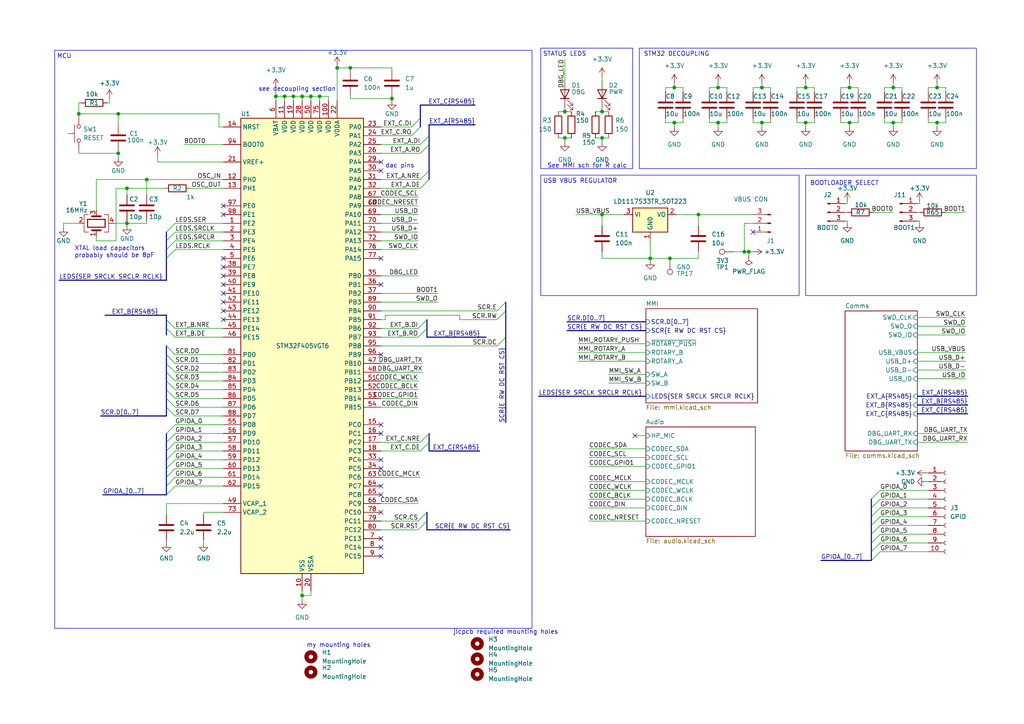
<source format=kicad_sch>
(kicad_sch (version 20230121) (generator eeschema)
  (paper "A4")
  (title_block (title "SBC Main Board") (date "2023-10-25") (rev "0"))
  (junction (at 163.83 40.005))
  (junction (at 22.86 33.02))
  (junction (at 246.38 35.56))
  (junction (at 34.29 33.02))
  (junction (at 36.83 64.77))
  (junction (at 80.01 27.94))
  (junction (at 271.78 25.4))
  (junction (at 101.6 19.685))
  (junction (at 87.63 27.94))
  (junction (at 174.625 62.23))
  (junction (at 195.58 25.4))
  (junction (at 215.9 73.025))
  (junction (at 113.665 28.575))
  (junction (at 34.29 44.45))
  (junction (at 246.38 25.4))
  (junction (at 90.17 27.94))
  (junction (at 233.68 35.56))
  (junction (at 194.31 74.93))
  (junction (at 188.595 74.93))
  (junction (at 163.83 32.385))
  (junction (at 36.83 54.61))
  (junction (at 82.55 27.94))
  (junction (at 259.08 35.56))
  (junction (at 97.79 19.685))
  (junction (at 208.28 25.4))
  (junction (at 42.545 52.07))
  (junction (at 271.78 35.56))
  (junction (at 217.17 73.025))
  (junction (at 208.28 35.56))
  (junction (at 92.71 27.94))
  (junction (at 85.09 27.94))
  (junction (at 195.58 35.56))
  (junction (at 174.625 32.385))
  (junction (at 233.68 25.4))
  (junction (at 87.63 172.72))
  (junction (at 220.98 35.56))
  (junction (at 202.565 62.23))
  (junction (at 174.625 40.005))
  (junction (at 220.98 25.4))
  (junction (at 259.08 25.4))
  (no_connect (at 110.49 46.99))
  (no_connect (at 110.49 133.35))
  (no_connect (at 64.77 90.17))
  (no_connect (at 64.77 59.69))
  (no_connect (at 184.15 126.365))
  (no_connect (at 64.77 82.55))
  (no_connect (at 64.77 74.93))
  (no_connect (at 64.77 92.71))
  (no_connect (at 110.49 125.73))
  (no_connect (at 110.49 135.89))
  (no_connect (at 110.49 158.75))
  (no_connect (at 64.77 85.09))
  (no_connect (at 110.49 123.19))
  (no_connect (at 64.77 87.63))
  (no_connect (at 110.49 161.29))
  (no_connect (at 110.49 148.59))
  (no_connect (at 110.49 102.87))
  (no_connect (at 64.77 77.47))
  (no_connect (at 218.44 67.31))
  (no_connect (at 64.77 80.01))
  (no_connect (at 110.49 140.97))
  (no_connect (at 64.77 62.23))
  (no_connect (at 110.49 49.53))
  (no_connect (at 110.49 156.21))
  (no_connect (at 110.49 74.93))
  (no_connect (at 110.49 143.51))
  (no_connect (at 110.49 82.55))
  (bus_entry (at 48.26 130.81) (size 2.54 -2.54))
  (bus_entry (at 252.73 154.94) (size 2.54 -2.54))
  (bus_entry (at 48.26 110.49) (size 2.54 2.54))
  (bus_entry (at 48.26 105.41) (size 2.54 2.54))
  (bus_entry (at 252.73 157.48) (size 2.54 -2.54))
  (bus_entry (at 48.26 95.25) (size 2.54 2.54))
  (bus_entry (at 252.73 152.4) (size 2.54 -2.54))
  (bus_entry (at 252.73 160.02) (size 2.54 -2.54))
  (bus_entry (at 48.26 92.71) (size 2.54 2.54))
  (bus_entry (at 48.26 115.57) (size 2.54 2.54))
  (bus_entry (at 48.26 102.87) (size 2.54 2.54))
  (bus_entry (at 146.685 87.63) (size -2.54 2.54))
  (bus_entry (at 124.46 49.53) (size -2.54 2.54))
  (bus_entry (at 123.825 148.59) (size -2.54 2.54))
  (bus_entry (at 124.46 39.37) (size -2.54 2.54))
  (bus_entry (at 119.38 36.83) (size 2.54 -2.54))
  (bus_entry (at 48.26 74.93) (size 2.54 -2.54))
  (bus_entry (at 48.26 133.35) (size 2.54 -2.54))
  (bus_entry (at 48.26 100.33) (size 2.54 2.54))
  (bus_entry (at 48.26 69.85) (size 2.54 -2.54))
  (bus_entry (at 48.26 125.73) (size 2.54 -2.54))
  (bus_entry (at 252.73 144.78) (size 2.54 -2.54))
  (bus_entry (at 48.26 118.11) (size 2.54 2.54))
  (bus_entry (at 48.26 113.03) (size 2.54 2.54))
  (bus_entry (at 119.38 39.37) (size 2.54 -2.54))
  (bus_entry (at 124.46 125.73) (size -2.54 2.54))
  (bus_entry (at 48.26 140.97) (size 2.54 -2.54))
  (bus_entry (at 146.685 90.17) (size -2.54 2.54))
  (bus_entry (at 252.73 147.32) (size 2.54 -2.54))
  (bus_entry (at 123.825 151.13) (size -2.54 2.54))
  (bus_entry (at 48.26 138.43) (size 2.54 -2.54))
  (bus_entry (at 48.26 135.89) (size 2.54 -2.54))
  (bus_entry (at 123.825 95.25) (size -2.54 2.54))
  (bus_entry (at 48.26 107.95) (size 2.54 2.54))
  (bus_entry (at 48.26 72.39) (size 2.54 -2.54))
  (bus_entry (at 146.685 97.79) (size -2.54 2.54))
  (bus_entry (at 124.46 41.91) (size -2.54 2.54))
  (bus_entry (at 123.825 92.71) (size -2.54 2.54))
  (bus_entry (at 252.73 162.56) (size 2.54 -2.54))
  (bus_entry (at 124.46 52.07) (size -2.54 2.54))
  (bus_entry (at 48.26 143.51) (size 2.54 -2.54))
  (bus_entry (at 48.26 128.27) (size 2.54 -2.54))
  (bus_entry (at 124.46 128.27) (size -2.54 2.54))
  (bus_entry (at 252.73 149.86) (size 2.54 -2.54))
  (bus_entry (at 48.26 67.31) (size 2.54 -2.54))
  (wire (pts (xy 167.64 99.695) (xy 187.325 99.695)))
  (wire (pts (xy 45.72 46.99) (xy 64.77 46.99)))
  (bus (pts (xy 121.92 34.29) (xy 121.92 30.48)))
  (wire (pts (xy 110.49 151.13) (xy 121.285 151.13)))
  (bus (pts (xy 252.73 152.4) (xy 252.73 154.94)))
  (wire (pts (xy 193.04 35.56) (xy 195.58 35.56)))
  (bus (pts (xy 123.825 151.13) (xy 123.825 153.67)))
  (wire (pts (xy 220.98 35.56) (xy 223.52 35.56)))
  (bus (pts (xy 48.26 110.49) (xy 48.26 113.03)))
  (wire (pts (xy 22.86 33.655) (xy 22.86 33.02)))
  (wire (pts (xy 87.63 171.45) (xy 87.63 172.72)))
  (wire (pts (xy 220.98 25.4) (xy 223.52 25.4)))
  (wire (pts (xy 176.53 108.585) (xy 187.325 108.585)))
  (bus (pts (xy 48.26 100.33) (xy 48.26 102.87)))
  (wire (pts (xy 266.7 59.055) (xy 266.065 59.055)))
  (bus (pts (xy 124.46 128.27) (xy 124.46 130.81)))
  (wire (pts (xy 170.815 142.24) (xy 187.325 142.24)))
  (wire (pts (xy 231.14 35.56) (xy 233.68 35.56)))
  (wire (pts (xy 266.065 92.075) (xy 280.035 92.075)))
  (wire (pts (xy 217.17 74.295) (xy 217.17 73.025)))
  (wire (pts (xy 205.74 35.56) (xy 208.28 35.56)))
  (bus (pts (xy 48.26 118.11) (xy 48.26 120.65)))
  (bus (pts (xy 252.73 149.86) (xy 252.73 152.4)))
  (wire (pts (xy 31.75 28.575) (xy 31.75 29.845)))
  (bus (pts (xy 48.26 107.95) (xy 48.26 110.49)))
  (bus (pts (xy 252.73 154.94) (xy 252.73 157.48)))
  (wire (pts (xy 174.625 22.225) (xy 174.625 23.495)))
  (wire (pts (xy 212.725 73.025) (xy 215.9 73.025)))
  (wire (pts (xy 50.8 128.27) (xy 64.77 128.27)))
  (wire (pts (xy 196.215 62.23) (xy 202.565 62.23)))
  (wire (pts (xy 90.17 27.94) (xy 90.17 29.21)))
  (wire (pts (xy 205.74 34.29) (xy 205.74 35.56)))
  (wire (pts (xy 255.27 147.32) (xy 269.24 147.32)))
  (wire (pts (xy 266.065 104.775) (xy 280.035 104.775)))
  (wire (pts (xy 271.78 25.4) (xy 274.32 25.4)))
  (wire (pts (xy 85.09 27.94) (xy 85.09 29.21)))
  (wire (pts (xy 255.27 152.4) (xy 269.24 152.4)))
  (wire (pts (xy 50.8 123.19) (xy 64.77 123.19)))
  (wire (pts (xy 110.49 105.41) (xy 122.555 105.41)))
  (wire (pts (xy 218.44 35.56) (xy 220.98 35.56)))
  (bus (pts (xy 123.825 95.25) (xy 123.825 97.79)))
  (wire (pts (xy 256.54 25.4) (xy 259.08 25.4)))
  (bus (pts (xy 252.73 160.02) (xy 252.73 162.56)))
  (wire (pts (xy 184.15 126.365) (xy 187.325 126.365)))
  (wire (pts (xy 110.49 62.23) (xy 121.285 62.23)))
  (wire (pts (xy 50.8 67.31) (xy 64.77 67.31)))
  (wire (pts (xy 50.8 115.57) (xy 64.77 115.57)))
  (wire (pts (xy 111.76 91.44) (xy 133.35 91.44)))
  (wire (pts (xy 172.72 40.005) (xy 174.625 40.005)))
  (wire (pts (xy 110.49 57.15) (xy 121.285 57.15)))
  (wire (pts (xy 110.49 87.63) (xy 127 87.63)))
  (bus (pts (xy 48.26 135.89) (xy 48.26 138.43)))
  (wire (pts (xy 110.49 69.85) (xy 121.285 69.85)))
  (wire (pts (xy 269.24 35.56) (xy 271.78 35.56)))
  (wire (pts (xy 220.98 36.83) (xy 220.98 35.56)))
  (wire (pts (xy 36.83 54.61) (xy 47.625 54.61)))
  (bus (pts (xy 266.065 117.475) (xy 280.67 117.475)))
  (wire (pts (xy 218.44 26.67) (xy 218.44 25.4)))
  (wire (pts (xy 110.49 80.01) (xy 121.285 80.01)))
  (wire (pts (xy 271.78 36.83) (xy 271.78 35.56)))
  (bus (pts (xy 266.065 114.935) (xy 280.67 114.935)))
  (wire (pts (xy 50.8 102.87) (xy 64.77 102.87)))
  (wire (pts (xy 223.52 25.4) (xy 223.52 26.67)))
  (wire (pts (xy 170.815 144.78) (xy 187.325 144.78)))
  (wire (pts (xy 259.08 35.56) (xy 261.62 35.56)))
  (wire (pts (xy 231.14 34.29) (xy 231.14 35.56)))
  (wire (pts (xy 269.24 34.29) (xy 269.24 35.56)))
  (bus (pts (xy 146.685 97.79) (xy 146.685 122.555)))
  (wire (pts (xy 50.8 113.03) (xy 64.77 113.03)))
  (bus (pts (xy 48.26 95.25) (xy 48.26 97.155)))
  (bus (pts (xy 156.21 114.935) (xy 187.325 114.935)))
  (wire (pts (xy 167.005 62.23) (xy 174.625 62.23)))
  (wire (pts (xy 233.68 36.83) (xy 233.68 35.56)))
  (wire (pts (xy 202.565 62.23) (xy 202.565 65.405)))
  (bus (pts (xy 124.46 41.91) (xy 124.46 49.53)))
  (bus (pts (xy 48.26 128.27) (xy 48.26 130.81)))
  (wire (pts (xy 174.625 62.23) (xy 180.975 62.23)))
  (wire (pts (xy 161.925 32.385) (xy 163.83 32.385)))
  (bus (pts (xy 48.26 113.03) (xy 48.26 115.57)))
  (wire (pts (xy 274.32 35.56) (xy 274.32 34.29)))
  (wire (pts (xy 80.01 25.4) (xy 80.01 27.94)))
  (wire (pts (xy 50.8 95.25) (xy 64.77 95.25)))
  (wire (pts (xy 33.655 54.61) (xy 33.655 69.85)))
  (wire (pts (xy 217.17 73.025) (xy 218.44 73.025)))
  (wire (pts (xy 22.86 33.02) (xy 34.29 33.02)))
  (wire (pts (xy 174.625 32.385) (xy 176.53 32.385)))
  (wire (pts (xy 36.83 64.77) (xy 36.83 65.405)))
  (bus (pts (xy 124.46 130.81) (xy 139.065 130.81)))
  (wire (pts (xy 50.8 69.85) (xy 64.77 69.85)))
  (wire (pts (xy 274.32 61.595) (xy 280.035 61.595)))
  (wire (pts (xy 59.055 156.845) (xy 59.055 157.48)))
  (wire (pts (xy 80.01 27.94) (xy 82.55 27.94)))
  (wire (pts (xy 231.14 25.4) (xy 233.68 25.4)))
  (bus (pts (xy 48.26 138.43) (xy 48.26 140.97)))
  (wire (pts (xy 82.55 27.94) (xy 85.09 27.94)))
  (wire (pts (xy 163.83 17.145) (xy 163.83 23.495)))
  (bus (pts (xy 164.465 95.885) (xy 187.325 95.885)))
  (wire (pts (xy 36.83 64.77) (xy 36.83 64.135)))
  (wire (pts (xy 113.665 27.94) (xy 113.665 28.575)))
  (wire (pts (xy 110.49 72.39) (xy 121.285 72.39)))
  (wire (pts (xy 113.665 19.685) (xy 113.665 20.32)))
  (wire (pts (xy 266.7 58.42) (xy 266.7 59.055)))
  (wire (pts (xy 110.49 90.17) (xy 144.145 90.17)))
  (wire (pts (xy 50.8 125.73) (xy 64.77 125.73)))
  (wire (pts (xy 87.63 27.94) (xy 87.63 29.21)))
  (wire (pts (xy 255.27 149.86) (xy 269.24 149.86)))
  (wire (pts (xy 110.49 146.05) (xy 121.285 146.05)))
  (wire (pts (xy 22.86 29.845) (xy 23.495 29.845)))
  (bus (pts (xy 266.065 120.015) (xy 280.67 120.015)))
  (wire (pts (xy 243.84 34.29) (xy 243.84 35.56)))
  (wire (pts (xy 163.83 32.385) (xy 165.735 32.385)))
  (bus (pts (xy 48.26 140.97) (xy 48.26 143.51)))
  (wire (pts (xy 110.49 115.57) (xy 121.285 115.57)))
  (wire (pts (xy 50.8 97.79) (xy 64.77 97.79)))
  (wire (pts (xy 210.82 35.56) (xy 210.82 34.29)))
  (wire (pts (xy 246.38 35.56) (xy 248.92 35.56)))
  (bus (pts (xy 121.92 30.48) (xy 137.795 30.48)))
  (wire (pts (xy 268.605 137.16) (xy 269.24 137.16)))
  (bus (pts (xy 48.26 92.71) (xy 48.26 95.25)))
  (wire (pts (xy 45.72 45.085) (xy 45.72 46.99)))
  (bus (pts (xy 252.73 144.78) (xy 252.73 147.32)))
  (wire (pts (xy 50.8 105.41) (xy 64.77 105.41)))
  (wire (pts (xy 259.08 25.4) (xy 261.62 25.4)))
  (wire (pts (xy 50.8 140.97) (xy 64.77 140.97)))
  (wire (pts (xy 170.815 139.7) (xy 187.325 139.7)))
  (bus (pts (xy 164.465 93.345) (xy 187.325 93.345)))
  (wire (pts (xy 110.49 153.67) (xy 121.285 153.67)))
  (wire (pts (xy 248.92 35.56) (xy 248.92 34.29)))
  (bus (pts (xy 124.46 49.53) (xy 124.46 52.07)))
  (wire (pts (xy 22.86 44.45) (xy 34.29 44.45)))
  (wire (pts (xy 163.83 31.115) (xy 163.83 32.385)))
  (wire (pts (xy 33.02 64.77) (xy 36.83 64.77)))
  (wire (pts (xy 218.44 64.77) (xy 215.9 64.77)))
  (wire (pts (xy 50.8 72.39) (xy 64.77 72.39)))
  (wire (pts (xy 243.84 26.67) (xy 243.84 25.4)))
  (wire (pts (xy 193.04 25.4) (xy 195.58 25.4)))
  (bus (pts (xy 252.73 157.48) (xy 252.73 160.02)))
  (bus (pts (xy 238.125 162.56) (xy 252.73 162.56)))
  (wire (pts (xy 208.28 24.13) (xy 208.28 25.4)))
  (wire (pts (xy 63.5 33.02) (xy 34.29 33.02)))
  (wire (pts (xy 174.625 62.23) (xy 174.625 65.405)))
  (bus (pts (xy 124.46 39.37) (xy 124.46 41.91)))
  (wire (pts (xy 133.35 91.44) (xy 133.35 92.71)))
  (wire (pts (xy 195.58 24.13) (xy 195.58 25.4)))
  (wire (pts (xy 110.49 138.43) (xy 121.92 138.43)))
  (wire (pts (xy 223.52 35.56) (xy 223.52 34.29)))
  (wire (pts (xy 18.415 64.77) (xy 22.86 64.77)))
  (wire (pts (xy 236.22 35.56) (xy 236.22 34.29)))
  (wire (pts (xy 50.8 110.49) (xy 64.77 110.49)))
  (wire (pts (xy 233.68 25.4) (xy 236.22 25.4)))
  (wire (pts (xy 174.625 40.005) (xy 174.625 41.275)))
  (wire (pts (xy 188.595 74.93) (xy 188.595 75.565)))
  (wire (pts (xy 174.625 40.005) (xy 176.53 40.005)))
  (wire (pts (xy 161.925 40.005) (xy 163.83 40.005)))
  (wire (pts (xy 245.745 64.135) (xy 245.745 64.77)))
  (bus (pts (xy 121.92 36.83) (xy 121.92 34.29)))
  (wire (pts (xy 193.04 34.29) (xy 193.04 35.56)))
  (wire (pts (xy 255.27 142.24) (xy 269.24 142.24)))
  (wire (pts (xy 50.8 135.89) (xy 64.77 135.89)))
  (bus (pts (xy 146.685 90.17) (xy 146.685 97.79)))
  (wire (pts (xy 208.28 25.4) (xy 210.82 25.4)))
  (wire (pts (xy 266.065 94.615) (xy 280.035 94.615)))
  (wire (pts (xy 266.065 107.315) (xy 280.035 107.315)))
  (wire (pts (xy 110.49 100.33) (xy 144.145 100.33)))
  (wire (pts (xy 42.545 52.07) (xy 64.77 52.07)))
  (wire (pts (xy 27.94 69.85) (xy 27.94 68.58)))
  (wire (pts (xy 110.49 85.09) (xy 127 85.09)))
  (wire (pts (xy 195.58 25.4) (xy 198.12 25.4)))
  (wire (pts (xy 110.49 113.03) (xy 121.285 113.03)))
  (wire (pts (xy 170.815 135.255) (xy 187.325 135.255)))
  (bus (pts (xy 124.46 36.195) (xy 137.795 36.195)))
  (bus (pts (xy 252.73 147.32) (xy 252.73 149.86)))
  (wire (pts (xy 188.595 69.85) (xy 188.595 74.93)))
  (wire (pts (xy 33.655 69.85) (xy 27.94 69.85)))
  (wire (pts (xy 110.49 36.83) (xy 119.38 36.83)))
  (wire (pts (xy 101.6 19.685) (xy 101.6 20.32)))
  (wire (pts (xy 33.655 54.61) (xy 36.83 54.61)))
  (wire (pts (xy 255.27 160.02) (xy 269.24 160.02)))
  (wire (pts (xy 198.12 25.4) (xy 198.12 26.67)))
  (bus (pts (xy 48.26 115.57) (xy 48.26 118.11)))
  (wire (pts (xy 82.55 27.94) (xy 82.55 29.21)))
  (bus (pts (xy 48.26 133.35) (xy 48.26 135.89)))
  (wire (pts (xy 22.86 33.02) (xy 22.86 29.845)))
  (wire (pts (xy 97.79 29.21) (xy 97.79 19.685)))
  (wire (pts (xy 202.565 62.23) (xy 218.44 62.23)))
  (wire (pts (xy 110.49 41.91) (xy 121.92 41.91)))
  (wire (pts (xy 198.12 35.56) (xy 198.12 34.29)))
  (bus (pts (xy 124.46 125.73) (xy 124.46 128.27)))
  (wire (pts (xy 87.63 172.72) (xy 87.63 173.99)))
  (wire (pts (xy 255.27 157.48) (xy 269.24 157.48)))
  (wire (pts (xy 27.94 60.96) (xy 27.94 52.07)))
  (wire (pts (xy 268.605 139.7) (xy 269.24 139.7)))
  (wire (pts (xy 271.78 24.13) (xy 271.78 25.4)))
  (bus (pts (xy 29.845 143.51) (xy 48.26 143.51)))
  (wire (pts (xy 63.5 36.83) (xy 63.5 33.02)))
  (wire (pts (xy 50.8 64.77) (xy 64.77 64.77)))
  (wire (pts (xy 245.745 58.42) (xy 245.745 59.055)))
  (bus (pts (xy 30.48 91.44) (xy 48.26 91.44)))
  (bus (pts (xy 48.26 72.39) (xy 48.26 74.93)))
  (wire (pts (xy 163.83 40.005) (xy 163.83 41.275)))
  (wire (pts (xy 110.49 54.61) (xy 121.92 54.61)))
  (bus (pts (xy 124.46 36.195) (xy 124.46 39.37)))
  (wire (pts (xy 193.04 26.67) (xy 193.04 25.4)))
  (wire (pts (xy 110.49 64.77) (xy 121.285 64.77)))
  (wire (pts (xy 59.055 149.225) (xy 59.055 148.59)))
  (wire (pts (xy 95.25 27.94) (xy 95.25 29.21)))
  (wire (pts (xy 97.79 19.685) (xy 101.6 19.685)))
  (wire (pts (xy 246.38 25.4) (xy 248.92 25.4)))
  (wire (pts (xy 194.31 74.93) (xy 194.31 75.565)))
  (wire (pts (xy 218.44 34.29) (xy 218.44 35.56)))
  (bus (pts (xy 48.26 125.73) (xy 48.26 128.27)))
  (wire (pts (xy 87.63 27.94) (xy 90.17 27.94)))
  (wire (pts (xy 110.49 95.25) (xy 121.285 95.25)))
  (wire (pts (xy 110.49 110.49) (xy 121.285 110.49)))
  (wire (pts (xy 63.5 36.83) (xy 64.77 36.83)))
  (wire (pts (xy 110.49 59.69) (xy 121.285 59.69)))
  (wire (pts (xy 110.49 52.07) (xy 121.92 52.07)))
  (wire (pts (xy 34.29 44.45) (xy 34.29 45.72)))
  (wire (pts (xy 202.565 74.93) (xy 202.565 73.025)))
  (wire (pts (xy 243.84 35.56) (xy 246.38 35.56)))
  (wire (pts (xy 174.625 74.93) (xy 188.595 74.93)))
  (wire (pts (xy 48.26 146.05) (xy 48.26 149.225)))
  (wire (pts (xy 266.7 64.135) (xy 266.065 64.135)))
  (wire (pts (xy 170.815 151.13) (xy 187.325 151.13)))
  (wire (pts (xy 110.49 107.95) (xy 122.555 107.95)))
  (wire (pts (xy 48.26 156.845) (xy 48.26 157.48)))
  (wire (pts (xy 59.055 148.59) (xy 64.77 148.59)))
  (wire (pts (xy 220.98 24.13) (xy 220.98 25.4)))
  (wire (pts (xy 256.54 26.67) (xy 256.54 25.4)))
  (wire (pts (xy 205.74 26.67) (xy 205.74 25.4)))
  (wire (pts (xy 233.68 35.56) (xy 236.22 35.56)))
  (wire (pts (xy 215.9 64.77) (xy 215.9 73.025)))
  (wire (pts (xy 210.82 25.4) (xy 210.82 26.67)))
  (wire (pts (xy 245.11 61.595) (xy 245.745 61.595)))
  (wire (pts (xy 266.7 64.77) (xy 266.7 64.135)))
  (wire (pts (xy 50.8 130.81) (xy 64.77 130.81)))
  (wire (pts (xy 259.08 36.83) (xy 259.08 35.56)))
  (bus (pts (xy 123.825 92.71) (xy 123.825 95.25)))
  (wire (pts (xy 90.17 172.72) (xy 90.17 171.45)))
  (wire (pts (xy 110.49 97.79) (xy 121.285 97.79)))
  (wire (pts (xy 255.27 154.94) (xy 269.24 154.94)))
  (wire (pts (xy 50.8 118.11) (xy 64.77 118.11)))
  (wire (pts (xy 55.245 54.61) (xy 64.77 54.61)))
  (wire (pts (xy 205.74 25.4) (xy 208.28 25.4)))
  (wire (pts (xy 174.625 31.115) (xy 174.625 32.385)))
  (wire (pts (xy 92.71 27.94) (xy 92.71 29.21)))
  (wire (pts (xy 208.28 36.83) (xy 208.28 35.56)))
  (wire (pts (xy 92.71 27.94) (xy 95.25 27.94)))
  (wire (pts (xy 34.29 33.02) (xy 34.29 36.195)))
  (wire (pts (xy 274.32 25.4) (xy 274.32 26.67)))
  (wire (pts (xy 266.065 128.27) (xy 280.67 128.27)))
  (wire (pts (xy 208.28 35.56) (xy 210.82 35.56)))
  (wire (pts (xy 111.76 92.71) (xy 111.76 91.44)))
  (wire (pts (xy 18.415 66.04) (xy 18.415 64.77)))
  (wire (pts (xy 53.34 41.91) (xy 64.77 41.91)))
  (wire (pts (xy 253.365 61.595) (xy 259.08 61.595)))
  (wire (pts (xy 266.065 61.595) (xy 266.7 61.595)))
  (wire (pts (xy 243.84 25.4) (xy 246.38 25.4)))
  (wire (pts (xy 133.35 92.71) (xy 144.145 92.71)))
  (bus (pts (xy 123.825 148.59) (xy 123.825 151.13)))
  (wire (pts (xy 233.68 24.13) (xy 233.68 25.4)))
  (bus (pts (xy 48.26 91.44) (xy 48.26 92.71)))
  (wire (pts (xy 266.065 97.155) (xy 280.035 97.155)))
  (wire (pts (xy 80.01 27.94) (xy 80.01 29.21)))
  (wire (pts (xy 48.26 146.05) (xy 64.77 146.05)))
  (wire (pts (xy 42.545 64.77) (xy 42.545 64.135)))
  (wire (pts (xy 195.58 36.83) (xy 195.58 35.56)))
  (wire (pts (xy 259.08 24.13) (xy 259.08 25.4)))
  (wire (pts (xy 50.8 107.95) (xy 64.77 107.95)))
  (wire (pts (xy 31.115 29.845) (xy 31.75 29.845)))
  (wire (pts (xy 261.62 35.56) (xy 261.62 34.29)))
  (wire (pts (xy 101.6 19.685) (xy 113.665 19.685)))
  (wire (pts (xy 170.815 132.715) (xy 187.325 132.715)))
  (wire (pts (xy 271.78 35.56) (xy 274.32 35.56)))
  (wire (pts (xy 36.83 54.61) (xy 36.83 56.515)))
  (wire (pts (xy 87.63 172.72) (xy 90.17 172.72)))
  (wire (pts (xy 50.8 133.35) (xy 64.77 133.35)))
  (wire (pts (xy 255.27 144.78) (xy 269.24 144.78)))
  (wire (pts (xy 110.49 44.45) (xy 121.92 44.45)))
  (bus (pts (xy 48.26 105.41) (xy 48.26 107.95)))
  (wire (pts (xy 194.31 74.93) (xy 202.565 74.93)))
  (wire (pts (xy 248.92 25.4) (xy 248.92 26.67)))
  (wire (pts (xy 266.065 109.855) (xy 280.035 109.855)))
  (bus (pts (xy 123.825 97.79) (xy 140.97 97.79)))
  (wire (pts (xy 172.72 32.385) (xy 174.625 32.385)))
  (wire (pts (xy 167.64 102.235) (xy 187.325 102.235)))
  (wire (pts (xy 36.83 64.77) (xy 42.545 64.77)))
  (wire (pts (xy 50.8 138.43) (xy 64.77 138.43)))
  (wire (pts (xy 215.9 73.025) (xy 217.17 73.025)))
  (wire (pts (xy 246.38 24.13) (xy 246.38 25.4)))
  (wire (pts (xy 90.17 27.94) (xy 92.71 27.94)))
  (bus (pts (xy 48.26 102.87) (xy 48.26 105.41)))
  (wire (pts (xy 195.58 35.56) (xy 198.12 35.56)))
  (wire (pts (xy 236.22 25.4) (xy 236.22 26.67)))
  (wire (pts (xy 97.79 19.685) (xy 97.79 19.05)))
  (bus (pts (xy 123.825 153.67) (xy 147.955 153.67)))
  (bus (pts (xy 48.26 69.85) (xy 48.26 72.39)))
  (wire (pts (xy 269.24 25.4) (xy 271.78 25.4)))
  (wire (pts (xy 110.49 67.31) (xy 121.285 67.31)))
  (wire (pts (xy 245.11 64.135) (xy 245.745 64.135)))
  (wire (pts (xy 176.53 111.125) (xy 187.325 111.125)))
  (wire (pts (xy 110.49 118.11) (xy 121.285 118.11)))
  (wire (pts (xy 170.815 130.175) (xy 187.325 130.175)))
  (wire (pts (xy 266.065 102.235) (xy 280.035 102.235)))
  (bus (pts (xy 146.685 90.17) (xy 146.685 87.63)))
  (wire (pts (xy 163.83 40.005) (xy 165.735 40.005)))
  (wire (pts (xy 42.545 52.07) (xy 42.545 56.515)))
  (wire (pts (xy 170.815 147.32) (xy 187.325 147.32)))
  (wire (pts (xy 246.38 36.83) (xy 246.38 35.56)))
  (wire (pts (xy 266.065 125.73) (xy 280.67 125.73)))
  (wire (pts (xy 167.64 104.775) (xy 187.325 104.775)))
  (wire (pts (xy 245.11 59.055) (xy 245.745 59.055)))
  (wire (pts (xy 85.09 27.94) (xy 87.63 27.94)))
  (bus (pts (xy 17.145 81.28) (xy 48.26 81.28)))
  (wire (pts (xy 231.14 26.67) (xy 231.14 25.4)))
  (wire (pts (xy 261.62 25.4) (xy 261.62 26.67)))
  (wire (pts (xy 50.8 120.65) (xy 64.77 120.65)))
  (wire (pts (xy 110.49 128.27) (xy 121.92 128.27)))
  (bus (pts (xy 29.21 120.65) (xy 48.26 120.65)))
  (bus (pts (xy 48.26 130.81) (xy 48.26 133.35)))
  (wire (pts (xy 256.54 35.56) (xy 259.08 35.56)))
  (bus (pts (xy 48.26 74.93) (xy 48.26 81.28)))
  (wire (pts (xy 174.625 73.025) (xy 174.625 74.93)))
  (wire (pts (xy 101.6 28.575) (xy 113.665 28.575)))
  (wire (pts (xy 22.86 43.815) (xy 22.86 44.45)))
  (wire (pts (xy 110.49 92.71) (xy 111.76 92.71)))
  (wire (pts (xy 269.24 26.67) (xy 269.24 25.4)))
  (wire (pts (xy 27.94 52.07) (xy 42.545 52.07)))
  (wire (pts (xy 110.49 130.81) (xy 121.92 130.81)))
  (wire (pts (xy 188.595 74.93) (xy 194.31 74.93)))
  (bus (pts (xy 48.26 67.31) (xy 48.26 69.85)))
  (wire (pts (xy 113.665 28.575) (xy 113.665 29.21)))
  (wire (pts (xy 110.49 39.37) (xy 119.38 39.37)))
  (wire (pts (xy 218.44 25.4) (xy 220.98 25.4)))
  (wire (pts (xy 101.6 27.94) (xy 101.6 28.575)))
  (wire (pts (xy 256.54 34.29) (xy 256.54 35.56)))
  (wire (pts (xy 34.29 43.815) (xy 34.29 44.45)))
  (rectangle (start 15.875 14.605) (end 154.305 182.245))
  (rectangle (start 233.68 50.8) (end 283.21 85.725))
  (rectangle (start 156.845 50.8) (end 231.775 85.725))
  (rectangle (start 185.42 13.97) (end 283.21 48.895))
  (rectangle (start 156.845 13.97) (end 183.515 48.895))
  (text "jlcpcb required mounting holes" (at 131.445 184.15 0) (effects (font (size 1.27 1.27)) (justify left bottom)))
  (text "STATUS LEDS" (at 157.48 16.51 0) (effects (font (size 1.27 1.27)) (justify left bottom)))
  (text "MCU" (at 16.51 17.145 0) (effects (font (size 1.27 1.27)) (justify left bottom)))
  (text "dac pins" (at 111.76 48.895 0) (effects (font (size 1.27 1.27)) (justify left bottom)))
  (text "see decoupling section" (at 74.93 26.67 0) (effects (font (size 1.27 1.27)) (justify left bottom)))
  (text "See MMI sch for R calc" (at 158.75 48.895 0) (effects (font (size 1.27 1.27)) (justify left bottom)))
  (text "STM32 DECOUPLING" (at 186.69 16.51 0) (effects (font (size 1.27 1.27)) (justify left bottom)))
  (text "USB VBUS REGULATOR" (at 157.48 53.34 0) (effects (font (size 1.27 1.27)) (justify left bottom)))
  (text "my mounting holes" (at 88.9 187.96 0) (effects (font (size 1.27 1.27)) (justify left bottom)))
  (text "BOOTLOADER SELECT" (at 234.95 53.975 0) (effects (font (size 1.27 1.27)) (justify left bottom)))
  (text "XTAL load capacitors\nprobably should be 8pF" (at 21.59 74.93 0) (effects (font (size 1.27 1.27)) (justify left bottom)))
  (label "SWD_O" (at 127 87.63 180))
  (label "USB_ID" (at 280.035 109.855 180))
  (label "MMI_ROTARY_B" (at 167.64 104.775 0))
  (label "SCR.D0" (at 50.8 102.87 0))
  (label "GPIOA_6" (at 255.27 157.48 0))
  (label "CODEC_NRESET" (at 121.285 59.69 180))
  (label "EXT_B.RO" (at 121.285 97.79 180))
  (label "GPIOA_1" (at 50.8 125.73 0))
  (label "CODEC_WCLK" (at 170.815 142.24 0))
  (label "SCR.RW" (at 144.145 92.71 180))
  (label "CODEC_NRESET" (at 170.815 151.13 0))
  (label "SCR{E RW DC RST CS}" (at 146.685 122.555 90))
  (label "LEDS.SRCLR" (at 50.8 69.85 0))
  (label "GPIOA_4" (at 255.27 152.4 0))
  (label "EXT_C.DI" (at 119.38 36.83 180))
  (label "GPIOA_4" (at 50.8 133.35 0))
  (label "DBG_LED" (at 121.285 80.01 180))
  (label "USB_ID" (at 121.285 62.23 180))
  (label "CODEC_BCLK" (at 121.285 113.03 180))
  (label "CODEC_DIN" (at 170.815 147.32 0))
  (label "BOOT0" (at 53.34 41.91 0))
  (label "SWD_IO" (at 280.035 97.155 180))
  (label "SCR.D5" (at 50.8 115.57 0))
  (label "BOOT0" (at 259.08 61.595 180))
  (label "EXT_B.DI" (at 121.285 95.25 180))
  (label "CODEC_GPIO1" (at 170.815 135.255 0))
  (label "GPIOA_2" (at 255.27 147.32 0))
  (label "SCR.D3" (at 50.8 110.49 0))
  (label "LEDS.RCLK" (at 50.8 72.39 0))
  (label "SCR.D[0..7]" (at 164.465 93.345 0))
  (label "GPIOA_[0..7]" (at 29.845 143.51 0))
  (label "OSC_OUT" (at 64.135 54.61 180))
  (label "CODEC_SDA" (at 170.815 130.175 0))
  (label "CODEC_SCL" (at 170.815 132.715 0))
  (label "GPIOA_2" (at 50.8 128.27 0))
  (label "CODEC_BCLK" (at 170.815 144.78 0))
  (label "DBG_UART_TX" (at 280.67 125.73 180))
  (label "EXT_A.NRE" (at 121.92 52.07 180))
  (label "LEDS{SER SRCLK SRCLR RCLK}" (at 156.21 114.935 0))
  (label "EXT_B.NRE" (at 50.8 95.25 0))
  (label "USB_D+" (at 280.035 104.775 180))
  (label "SCR.D[0..7]" (at 29.21 120.65 0))
  (label "LEDS.SRCLK" (at 50.8 67.31 0))
  (label "SWD_IO" (at 121.285 69.85 180))
  (label "MMI_ROTARY_A" (at 167.64 102.235 0))
  (label "SCR.D7" (at 50.8 120.65 0))
  (label "GPIOA_6" (at 50.8 138.43 0))
  (label "EXT_A.DE" (at 121.92 54.61 180))
  (label "USB_D+" (at 121.285 67.31 180))
  (label "MMI_SW_A" (at 176.53 108.585 0))
  (label "GPIOA_0" (at 50.8 123.19 0))
  (label "CODEC_MCLK" (at 121.92 138.43 180))
  (label "CODEC_GPIO1" (at 121.285 115.57 180))
  (label "SWD_CLK" (at 280.035 92.075 180))
  (label "SCR.CS" (at 121.285 151.13 180))
  (label "USB_D-" (at 121.285 64.77 180))
  (label "SCR.DC" (at 144.145 100.33 180))
  (label "SCR.E" (at 144.145 90.17 180))
  (label "USB_VBUS" (at 167.005 62.23 0))
  (label "BOOT1" (at 127 85.09 180))
  (label "GPIOA_[0..7]" (at 238.125 162.56 0))
  (label "DBG_UART_RX" (at 280.67 128.27 180))
  (label "DBG_LED" (at 163.83 17.145 270))
  (label "EXT_B{RS485}" (at 125.73 97.79 0))
  (label "CODEC_MCLK" (at 170.815 139.7 0))
  (label "EXT_A{RS485}" (at 137.795 36.195 180))
  (label "SCR.D6" (at 50.8 118.11 0))
  (label "SCR.RST" (at 121.285 153.67 180))
  (label "CODEC_DIN" (at 121.285 118.11 180))
  (label "EXT_A.DI" (at 121.92 41.91 180))
  (label "SWD_O" (at 280.035 94.615 180))
  (label "CODEC_SDA" (at 121.285 146.05 180))
  (label "MMI_ROTARY_PUSH" (at 167.64 99.695 0))
  (label "EXT_C.RO" (at 119.38 39.37 180))
  (label "EXT_B.DE" (at 50.8 97.79 0))
  (label "GPIOA_0" (at 255.27 142.24 0))
  (label "GPIOA_5" (at 255.27 154.94 0))
  (label "EXT_C{RS485}" (at 280.67 120.015 180))
  (label "BOOT1" (at 280.035 61.595 180))
  (label "OSC_IN" (at 64.135 52.07 180))
  (label "EXT_B{RS485}" (at 32.385 91.44 0))
  (label "GPIOA_3" (at 255.27 149.86 0))
  (label "EXT_A.RO" (at 121.92 44.45 180))
  (label "EXT_A{RS485}" (at 280.67 114.935 180))
  (label "GPIOA_7" (at 50.8 140.97 0))
  (label "GPIOA_3" (at 50.8 130.81 0))
  (label "GPIOA_1" (at 255.27 144.78 0))
  (label "EXT_C{RS485}" (at 139.065 130.81 180))
  (label "EXT_C.DE" (at 121.92 130.81 180))
  (label "GPIOA_7" (at 255.27 160.02 0))
  (label "SCR.D1" (at 50.8 105.41 0))
  (label "SWD_CLK" (at 121.285 72.39 180))
  (label "EXT_C{RS485}" (at 137.795 30.48 180))
  (label "CODEC_SCL" (at 121.285 57.15 180))
  (label "SCR.D4" (at 50.8 113.03 0))
  (label "SCR{E RW DC RST CS}" (at 147.955 153.67 180))
  (label "LEDS{SER SRCLK SRCLR RCLK}" (at 17.145 81.28 0))
  (label "MMI_SW_B" (at 176.53 111.125 0))
  (label "GPIOA_5" (at 50.8 135.89 0))
  (label "SCR.D2" (at 50.8 107.95 0))
  (label "DBG_UART_RX" (at 122.555 107.95 180))
  (label "SCR{E RW DC RST CS}" (at 164.465 95.885 0))
  (label "LEDS.SER" (at 50.8 64.77 0))
  (label "USB_VBUS" (at 280.035 102.235 180))
  (label "CODEC_WCLK" (at 121.285 110.49 180))
  (label "USB_D-" (at 280.035 107.315 180))
  (label "EXT_B{RS485}" (at 280.67 117.475 180))
  (label "EXT_C.NRE" (at 121.92 128.27 180))
  (label "DBG_UART_TX" (at 122.555 105.41 180))
  (symbol (lib_id "Regulator_Linear:LD1117S33TR_SOT223") (at 188.595 62.23 0) (unit 1)
    (property "Reference" "U2" (at 188.595 55.88 0))
    (property "Value" "LD1117S33TR_SOT223" (at 188.595 58.42 0))
    (property "Footprint" "Package_TO_SOT_SMD:SOT-223-3_TabPin2" (effects hide))
    (property "Datasheet" "http://www.st.com/st-web-ui/static/active/en/resource/technical/document/datasheet/CD00000544.pdf" (effects hide))
    (property "LCSC" "C86781" (effects hide))
    (property "Part Name" "LD1117S33TR" (effects hide))
  )
  (symbol (lib_id "Device:C") (at 34.29 40.005 0) (unit 1)
    (property "Reference" "C1" (at 37.465 38.735 0) (effects (justify left)))
    (property "Value" "100n" (at 36.83 40.64 0) (effects (justify left)))
    (property "Footprint" "Capacitor_SMD:C_0402_1005Metric" (effects hide))
    (property "Part Name" "CL05B104KO5NNNC" (effects hide))
    (property "LCSC" "C1525" (effects hide))
  )
  (symbol (lib_id "Mechanical:MountingHole") (at 138.43 195.58 0) (unit 1)
    (property "Reference" "H5" (at 141.605 194.31 0) (effects (justify left)))
    (property "Value" "MountingHole" (at 141.605 196.85 0) (effects (justify left)))
    (property "Footprint" "sbc:MountingHole_JLCPCB_Assembly" (effects hide))
  )
  (symbol (lib_id "Device:C") (at 248.92 30.48 0) (unit 1)
    (property "Reference" "C20" (at 248.92 27.94 0) (effects (justify left)))
    (property "Value" "100n" (at 248.92 33.02 0) (effects (justify left)))
    (property "Footprint" "Capacitor_SMD:C_0402_1005Metric" (effects hide))
    (property "Part Name" "CL05B104KO5NNNC" (effects hide))
    (property "LCSC" "C1525" (effects hide))
  )
  (symbol (lib_id "power:GND") (at 220.98 36.83 0) (unit 1)
    (property "Reference" "#PWR020" (effects hide))
    (property "Value" "GND" (at 220.98 41.91 0))
  )
  (symbol (lib_id "Mechanical:MountingHole") (at 138.43 186.69 0) (unit 1)
    (property "Reference" "H3" (at 141.605 185.42 0) (effects (justify left)))
    (property "Value" "MountingHole" (at 141.605 187.96 0) (effects (justify left)))
    (property "Footprint" "sbc:MountingHole_JLCPCB_Assembly" (effects hide))
  )
  (symbol (lib_id "power:GND") (at 36.83 65.405 0) (unit 1)
    (property "Reference" "#PWR04" (effects hide))
    (property "Value" "GND" (at 36.83 69.215 0))
  )
  (symbol (lib_id "Device:C") (at 274.32 30.48 0) (unit 1)
    (property "Reference" "C24" (at 274.32 27.94 0) (effects (justify left)))
    (property "Value" "100n" (at 274.32 33.02 0) (effects (justify left)))
    (property "Footprint" "Capacitor_SMD:C_0402_1005Metric" (effects hide))
    (property "Part Name" "CL05B104KO5NNNC" (effects hide))
    (property "LCSC" "C1525" (effects hide))
  )
  (symbol (lib_id "Device:C") (at 218.44 30.48 0) (unit 1)
    (property "Reference" "C13" (at 218.44 27.94 0) (effects (justify left)))
    (property "Value" "10u" (at 218.44 33.02 0) (effects (justify left)))
    (property "Footprint" "Capacitor_SMD:C_0603_1608Metric" (effects hide))
    (property "Part Name" "CL10A106MA8NRNC" (effects hide))
    (property "LCSC" "C96446" (effects hide))
  )
  (symbol (lib_id "power:GND") (at 113.665 29.21 0) (unit 1)
    (property "Reference" "#PWR011" (effects hide))
    (property "Value" "GND" (at 113.665 33.02 0))
  )
  (symbol (lib_id "Connector:TestPoint") (at 194.31 75.565 0) (mirror x) (unit 1)
    (property "Reference" "TP17" (at 196.215 79.375 0) (effects (justify left)))
    (property "Value" "GND" (at 196.215 77.47 0) (effects (justify left)))
    (property "Footprint" "sbc:MyTP" (effects hide))
  )
  (symbol (lib_id "power:GND") (at 233.68 36.83 0) (unit 1)
    (property "Reference" "#PWR023" (effects hide))
    (property "Value" "GND" (at 233.68 41.91 0))
  )
  (symbol (lib_id "power:+3.3V") (at 31.75 28.575 0) (unit 1)
    (property "Reference" "#PWR02" (effects hide))
    (property "Value" "+3.3V" (at 31.75 24.13 0))
  )
  (symbol (lib_id "Device:R") (at 161.925 36.195 0) (mirror y) (unit 1)
    (property "Reference" "R3" (at 160.02 34.925 0) (effects (justify left)))
    (property "Value" "150" (at 160.02 37.465 0) (effects (justify left)))
    (property "Footprint" "Resistor_SMD:R_0603_1608Metric" (effects hide))
    (property "Part Name" "0603WAF1500T5E" (effects hide))
    (property "LCSC" "C22808" (effects hide))
  )
  (symbol (lib_id "Device:C") (at 210.82 30.48 0) (unit 1)
    (property "Reference" "C12" (at 210.82 27.94 0) (effects (justify left)))
    (property "Value" "100n" (at 210.82 33.02 0) (effects (justify left)))
    (property "Footprint" "Capacitor_SMD:C_0402_1005Metric" (effects hide))
    (property "Part Name" "CL05B104KO5NNNC" (effects hide))
    (property "LCSC" "C1525" (effects hide))
  )
  (symbol (lib_id "Device:C") (at 261.62 30.48 0) (unit 1)
    (property "Reference" "C22" (at 261.62 27.94 0) (effects (justify left)))
    (property "Value" "100n" (at 261.62 33.02 0) (effects (justify left)))
    (property "Footprint" "Capacitor_SMD:C_0402_1005Metric" (effects hide))
    (property "Part Name" "CL05B104KO5NNNC" (effects hide))
    (property "LCSC" "C1525" (effects hide))
  )
  (symbol (lib_id "power:GND") (at 195.58 36.83 0) (unit 1)
    (property "Reference" "#PWR016" (effects hide))
    (property "Value" "GND" (at 195.58 41.91 0))
  )
  (symbol (lib_id "power:+3.3V") (at 220.98 24.13 0) (unit 1)
    (property "Reference" "#PWR019" (effects hide))
    (property "Value" "+3.3V" (at 220.98 19.05 0))
  )
  (symbol (lib_id "power:GND") (at 87.63 173.99 0) (unit 1)
    (property "Reference" "#PWR09" (effects hide))
    (property "Value" "GND" (at 87.63 179.07 0))
  )
  (symbol (lib_id "Connector:Conn_01x10_Socket") (at 274.32 147.32 0) (unit 1)
    (property "Reference" "J3" (at 275.59 147.32 0) (effects (justify left)))
    (property "Value" "GPIO" (at 275.59 149.86 0) (effects (justify left)))
    (property "Footprint" "Connector_PinSocket_2.54mm:PinSocket_1x10_P2.54mm_Vertical" (effects hide))
  )
  (symbol (lib_id "power:GND") (at 48.26 157.48 0) (unit 1)
    (property "Reference" "#PWR06" (effects hide))
    (property "Value" "GND" (at 48.26 161.925 0))
  )
  (symbol (lib_id "Device:C") (at 198.12 30.48 0) (unit 1)
    (property "Reference" "C9" (at 198.12 27.94 0) (effects (justify left)))
    (property "Value" "100n" (at 198.12 33.02 0) (effects (justify left)))
    (property "Footprint" "Capacitor_SMD:C_0402_1005Metric" (effects hide))
    (property "Part Name" "CL05B104KO5NNNC" (effects hide))
    (property "LCSC" "C1525" (effects hide))
  )
  (symbol (lib_id "Device:C") (at 48.26 153.035 0) (unit 1)
    (property "Reference" "C4" (at 52.07 151.765 0) (effects (justify left)))
    (property "Value" "2.2u" (at 52.07 154.305 0) (effects (justify left)))
    (property "Footprint" "Capacitor_SMD:C_0603_1608Metric" (effects hide))
    (property "Part Name" "CL10A225KO8NNNC" (effects hide))
    (property "LCSC" "C23630" (effects hide))
  )
  (symbol (lib_id "Device:R") (at 165.735 36.195 0) (unit 1)
    (property "Reference" "R4" (at 167.005 33.02 0) (effects (justify left)))
    (property "Value" "150" (at 167.005 34.925 0) (effects (justify left)))
    (property "Footprint" "Resistor_SMD:R_0603_1608Metric" (effects hide))
    (property "Part Name" "0603WAF1500T5E" (effects hide))
    (property "LCSC" "C22808" (effects hide))
  )
  (symbol (lib_id "Device:C") (at 202.565 69.215 0) (unit 1)
    (property "Reference" "C16" (at 206.375 67.945 0) (effects (justify left)))
    (property "Value" "10u" (at 206.375 70.485 0) (effects (justify left)))
    (property "Footprint" "Capacitor_SMD:C_0603_1608Metric" (effects hide))
    (property "LCSC" "C96446" (effects hide))
    (property "Part Name" "CL10A106MA8NRNC" (effects hide))
  )
  (symbol (lib_id "power:GND") (at 188.595 75.565 0) (unit 1)
    (property "Reference" "#PWR021" (effects hide))
    (property "Value" "GND" (at 188.595 80.645 0))
  )
  (symbol (lib_id "Device:R") (at 172.72 36.195 0) (mirror y) (unit 1)
    (property "Reference" "R5" (at 171.45 39.37 0) (effects (justify left)))
    (property "Value" "150" (at 172.72 41.275 0) (effects (justify left)))
    (property "Footprint" "Resistor_SMD:R_0603_1608Metric" (effects hide))
    (property "Part Name" "0603WAF1500T5E" (effects hide))
    (property "LCSC" "C22808" (effects hide))
  )
  (symbol (lib_id "power:GND") (at 208.28 36.83 0) (unit 1)
    (property "Reference" "#PWR018" (effects hide))
    (property "Value" "GND" (at 208.28 41.91 0))
  )
  (symbol (lib_id "Device:C") (at 236.22 30.48 0) (unit 1)
    (property "Reference" "C17" (at 236.22 27.94 0) (effects (justify left)))
    (property "Value" "100n" (at 236.22 33.02 0) (effects (justify left)))
    (property "Footprint" "Capacitor_SMD:C_0402_1005Metric" (effects hide))
    (property "Part Name" "CL05B104KO5NNNC" (effects hide))
    (property "LCSC" "C1525" (effects hide))
  )
  (symbol (lib_id "Mechanical:MountingHole") (at 138.43 191.135 0) (unit 1)
    (property "Reference" "H4" (at 141.605 189.865 0) (effects (justify left)))
    (property "Value" "MountingHole" (at 141.605 192.405 0) (effects (justify left)))
    (property "Footprint" "sbc:MountingHole_JLCPCB_Assembly" (effects hide))
  )
  (symbol (lib_id "Switch:SW_Push") (at 22.86 38.735 90) (unit 1)
    (property "Reference" "SW1" (at 24.13 37.465 90) (effects (justify right)))
    (property "Value" "RESET" (at 24.13 40.005 90) (effects (justify right)))
    (property "Footprint" "Button_Switch_SMD:SW_Push_1P1T_XKB_TS-1187A" (effects hide))
    (property "Part Name" "TS-1187A-B-A-B" (effects hide))
    (property "LCSC" "C318884" (effects hide))
  )
  (symbol (lib_id "Device:Crystal_GND24") (at 27.94 64.77 90) (unit 1)
    (property "Reference" "Y1" (at 24.13 59.055 90))
    (property "Value" "16MHz" (at 22.225 60.96 90))
    (property "Footprint" "Crystal:Crystal_SMD_3225-4Pin_3.2x2.5mm" (effects hide))
    (property "LCSC" "C13738" (effects hide))
    (property "Part Name" "X322516MLB4SI" (effects hide))
  )
  (symbol (lib_id "Device:C") (at 223.52 30.48 0) (unit 1)
    (property "Reference" "C14" (at 223.52 27.94 0) (effects (justify left)))
    (property "Value" "100n" (at 223.52 33.02 0) (effects (justify left)))
    (property "Footprint" "Capacitor_SMD:C_0402_1005Metric" (effects hide))
    (property "Part Name" "CL05B104KO5NNNC" (effects hide))
    (property "LCSC" "C1525" (effects hide))
  )
  (symbol (lib_id "power:GND") (at 271.78 36.83 0) (unit 1)
    (property "Reference" "#PWR030" (effects hide))
    (property "Value" "GND" (at 271.78 41.91 0))
  )
  (symbol (lib_id "power:+3.3V") (at 195.58 24.13 0) (unit 1)
    (property "Reference" "#PWR015" (effects hide))
    (property "Value" "+3.3V" (at 195.58 19.05 0))
  )
  (symbol (lib_id "Connector:Conn_01x03_Pin") (at 223.52 64.77 180) (unit 1)
    (property "Reference" "J1" (at 223.52 69.85 0))
    (property "Value" "VBUS CON" (at 217.805 57.785 0))
    (property "Footprint" "Connector_PinHeader_1.27mm:PinHeader_1x03_P1.27mm_Vertical" (effects hide))
  )
  (symbol (lib_id "power:PWR_FLAG") (at 217.17 74.295 180) (unit 1)
    (property "Reference" "#FLG01" (effects hide))
    (property "Value" "PWR_FLAG" (at 217.17 78.74 0))
  )
  (symbol (lib_id "Mechanical:MountingHole") (at 90.17 190.5 0) (unit 1)
    (property "Reference" "H1" (at 93.345 189.23 0) (effects (justify left)))
    (property "Value" "MountingHole" (at 93.345 191.77 0) (effects (justify left)))
    (property "Footprint" "MountingHole:MountingHole_3.2mm_M3" (effects hide))
  )
  (symbol (lib_id "Device:C") (at 36.83 60.325 0) (unit 1)
    (property "Reference" "C2" (at 37.465 57.785 0) (effects (justify left)))
    (property "Value" "10p" (at 37.465 62.865 0) (effects (justify left)))
    (property "Footprint" "Capacitor_SMD:C_0402_1005Metric" (effects hide))
    (property "LCSC" "C32949" (effects hide))
    (property "Part Name" "CL05C100JB5NNNC" (effects hide))
  )
  (symbol (lib_id "Device:C") (at 205.74 30.48 0) (unit 1)
    (property "Reference" "C10" (at 205.74 27.94 0) (effects (justify left)))
    (property "Value" "10u" (at 205.74 33.02 0) (effects (justify left)))
    (property "Footprint" "Capacitor_SMD:C_0603_1608Metric" (effects hide))
    (property "Part Name" "CL10A106MA8NRNC" (effects hide))
    (property "LCSC" "C96446" (effects hide))
  )
  (symbol (lib_id "Device:R") (at 176.53 36.195 0) (unit 1)
    (property "Reference" "R6" (at 178.435 34.925 0) (effects (justify left)))
    (property "Value" "150" (at 178.435 37.465 0) (effects (justify left)))
    (property "Footprint" "Resistor_SMD:R_0603_1608Metric" (effects hide))
    (property "Part Name" "0603WAF1500T5E" (effects hide))
    (property "LCSC" "C22808" (effects hide))
  )
  (symbol (lib_id "Device:R") (at 27.305 29.845 90) (unit 1)
    (property "Reference" "R1" (at 27.305 29.845 90))
    (property "Value" "10k" (at 26.67 27.305 90))
    (property "Footprint" "Resistor_SMD:R_0402_1005Metric" (effects hide))
    (property "Part Name" "0402WGF1002TCE" (effects hide))
    (property "LCSC" "C25744" (effects hide))
  )
  (symbol (lib_id "Device:C") (at 59.055 153.035 0) (unit 1)
    (property "Reference" "C5" (at 62.865 151.765 0) (effects (justify left)))
    (property "Value" "2.2u" (at 62.865 154.305 0) (effects (justify left)))
    (property "Footprint" "Capacitor_SMD:C_0603_1608Metric" (effects hide))
    (property "Part Name" "CL10A225KO8NNNC" (effects hide))
    (property "LCSC" "C23630" (effects hide))
  )
  (symbol (lib_id "Device:C") (at 42.545 60.325 0) (unit 1)
    (property "Reference" "C3" (at 43.18 57.785 0) (effects (justify left)))
    (property "Value" "10p" (at 43.18 62.865 0) (effects (justify left)))
    (property "Footprint" "Capacitor_SMD:C_0402_1005Metric" (effects hide))
    (property "LCSC" "C32949" (effects hide))
    (property "Part Name" "CL05C100JB5NNNC" (effects hide))
  )
  (symbol (lib_id "power:+3.3V") (at 218.44 73.025 270) (unit 1)
    (property "Reference" "#PWR024" (effects hide))
    (property "Value" "+3.3V" (at 221.615 73.025 90) (effects (justify left)))
  )
  (symbol (lib_id "Connector:Conn_01x03_Pin") (at 260.985 61.595 0) (unit 1)
    (property "Reference" "J11" (at 260.985 56.515 0))
    (property "Value" "BOOT1" (at 262.255 66.04 0))
    (property "Footprint" "Connector_PinHeader_1.27mm:PinHeader_1x03_P1.27mm_Vertical" (effects hide))
  )
  (symbol (lib_id "Device:C") (at 269.24 30.48 0) (unit 1)
    (property "Reference" "C23" (at 269.24 27.94 0) (effects (justify left)))
    (property "Value" "10u" (at 269.24 33.02 0) (effects (justify left)))
    (property "Footprint" "Capacitor_SMD:C_0603_1608Metric" (effects hide))
    (property "Part Name" "CL10A106MA8NRNC" (effects hide))
    (property "LCSC" "C96446" (effects hide))
  )
  (symbol (lib_id "power:GND") (at 259.08 36.83 0) (unit 1)
    (property "Reference" "#PWR028" (effects hide))
    (property "Value" "GND" (at 259.08 41.91 0))
  )
  (symbol (lib_id "Device:LED") (at 163.83 27.305 90) (unit 1)
    (property "Reference" "D1" (at 165.735 24.765 90) (effects (justify right)))
    (property "Value" "DBG" (at 165.735 26.67 90) (effects (justify right)))
    (property "Footprint" "LED_SMD:LED_0805_2012Metric" (effects hide))
    (property "Part Name" "KT-0805Y" (effects hide))
    (property "LCSC" "C2296" (effects hide))
  )
  (symbol (lib_id "Connector:TestPoint") (at 212.725 73.025 90) (unit 1)
    (property "Reference" "TP1" (at 209.55 77.47 90))
    (property "Value" "3V3" (at 209.55 75.565 90))
    (property "Footprint" "sbc:MyTP" (effects hide))
  )
  (symbol (lib_id "Mechanical:MountingHole") (at 90.17 194.945 0) (unit 1)
    (property "Reference" "H2" (at 93.345 193.675 0) (effects (justify left)))
    (property "Value" "MountingHole" (at 93.345 196.215 0) (effects (justify left)))
    (property "Footprint" "MountingHole:MountingHole_3.2mm_M3" (effects hide))
  )
  (symbol (lib_id "power:GND") (at 163.83 41.275 0) (unit 1)
    (property "Reference" "#PWR012" (effects hide))
    (property "Value" "GND" (at 163.83 46.355 0))
  )
  (symbol (lib_id "power:GND") (at 266.7 64.77 0) (unit 1)
    (property "Reference" "#PWR0111" (effects hide))
    (property "Value" "GND" (at 266.7 69.85 0))
  )
  (symbol (lib_id "power:+3.3V") (at 266.7 58.42 0) (unit 1)
    (property "Reference" "#PWR0107" (effects hide))
    (property "Value" "+3.3V" (at 266.7 54.61 0))
  )
  (symbol (lib_id "power:GND") (at 174.625 41.275 0) (unit 1)
    (property "Reference" "#PWR014" (effects hide))
    (property "Value" "GND" (at 174.625 46.355 0))
  )
  (symbol (lib_id "power:GND") (at 245.745 64.77 0) (unit 1)
    (property "Reference" "#PWR032" (effects hide))
    (property "Value" "GND" (at 245.745 69.85 0))
  )
  (symbol (lib_id "power:+3.3V") (at 45.72 45.085 0) (unit 1)
    (property "Reference" "#PWR05" (effects hide))
    (property "Value" "+3.3V" (at 45.72 41.275 0))
  )
  (symbol (lib_id "power:+3.3V") (at 97.79 19.05 0) (unit 1)
    (property "Reference" "#PWR010" (effects hide))
    (property "Value" "+3.3V" (at 97.79 15.24 0))
  )
  (symbol (lib_id "Device:C") (at 193.04 30.48 0) (unit 1)
    (property "Reference" "C8" (at 193.04 27.94 0) (effects (justify left)))
    (property "Value" "10u" (at 193.04 33.02 0) (effects (justify left)))
    (property "Footprint" "Capacitor_SMD:C_0603_1608Metric" (effects hide))
    (property "Part Name" "CL10A106MA8NRNC" (effects hide))
    (property "LCSC" "C96446" (effects hide))
  )
  (symbol (lib_id "power:GND") (at 59.055 157.48 0) (unit 1)
    (property "Reference" "#PWR07" (effects hide))
    (property "Value" "GND" (at 59.055 161.925 0))
  )
  (symbol (lib_id "power:+3.3V") (at 233.68 24.13 0) (unit 1)
    (property "Reference" "#PWR022" (effects hide))
    (property "Value" "+3.3V" (at 233.68 19.05 0))
  )
  (symbol (lib_id "power:GND") (at 34.29 45.72 0) (unit 1)
    (property "Reference" "#PWR03" (effects hide))
    (property "Value" "GND" (at 34.29 49.53 0))
  )
  (symbol (lib_id "Device:LED") (at 174.625 27.305 90) (unit 1)
    (property "Reference" "D2" (at 176.53 24.765 90) (effects (justify right)))
    (property "Value" "PWR" (at 176.53 26.67 90) (effects (justify right)))
    (property "Footprint" "LED_SMD:LED_0805_2012Metric" (effects hide))
    (property "Part Name" "KT-0805Y" (effects hide))
    (property "LCSC" "C2296" (effects hide))
  )
  (symbol (lib_id "Device:C") (at 101.6 24.13 0) (unit 1)
    (property "Reference" "C6" (at 105.41 22.86 0) (effects (justify left)))
    (property "Value" "100n" (at 105.41 25.4 0) (effects (justify left)))
    (property "Footprint" "Capacitor_SMD:C_0402_1005Metric" (effects hide))
    (property "Part Name" "CL05B104KO5NNNC" (effects hide))
    (property "LCSC" "C1525" (effects hide))
  )
  (symbol (lib_id "Connector:Conn_01x03_Pin") (at 240.03 61.595 0) (unit 1)
    (property "Reference" "J2" (at 240.03 56.515 0))
    (property "Value" "BOOT0" (at 240.03 66.04 0))
    (property "Footprint" "Connector_PinHeader_1.27mm:PinHeader_1x03_P1.27mm_Vertical" (effects hide))
  )
  (symbol (lib_id "Device:C") (at 174.625 69.215 0) (unit 1)
    (property "Reference" "C11" (at 178.435 67.945 0) (effects (justify left)))
    (property "Value" "100n" (at 178.435 70.485 0) (effects (justify left)))
    (property "Footprint" "Capacitor_SMD:C_0402_1005Metric" (effects hide))
    (property "LCSC" "C1525" (effects hide))
    (property "Part Name" "CL05B104KO5NNNC" (effects hide))
  )
  (symbol (lib_id "power:+3.3V") (at 259.08 24.13 0) (unit 1)
    (property "Reference" "#PWR027" (effects hide))
    (property "Value" "+3.3V" (at 259.08 19.05 0))
  )
  (symbol (lib_id "power:+3.3V") (at 246.38 24.13 0) (unit 1)
    (property "Reference" "#PWR025" (effects hide))
    (property "Value" "+3.3V" (at 246.38 19.05 0))
  )
  (symbol (lib_id "Device:R") (at 249.555 61.595 90) (unit 1)
    (property "Reference" "R7" (at 249.555 61.595 90))
    (property "Value" "10k" (at 249.682 59.436 90))
    (property "Footprint" "Resistor_SMD:R_0402_1005Metric" (effects hide))
    (property "Part Name" "0402WGF1002TCE" (effects hide))
    (property "LCSC" "C25744" (effects hide))
  )
  (symbol (lib_id "Device:R") (at 51.435 54.61 90) (unit 1)
    (property "Reference" "R2" (at 51.435 54.61 90))
    (property "Value" "1k" (at 55.245 57.15 90))
    (property "Footprint" "Resistor_SMD:R_0402_1005Metric" (effects hide))
    (property "Part Name" "0402WGF1001TCE" (effects hide))
    (property "LCSC" "C11702" (effects hide))
  )
  (symbol (lib_id "MCU_ST_STM32F4:STM32F405VGTx") (at 87.63 100.33 0) (unit 1)
    (property "Reference" "U1" (at 69.85 33.02 0) (effects (justify left)))
    (property "Value" "STM32F405VGT6" (at 80.01 100.33 0) (effects (justify left)))
    (property "Footprint" "Package_QFP:LQFP-100_14x14mm_P0.5mm" (effects hide))
    (property "Datasheet" "https://www.st.com/resource/en/datasheet/stm32f405vg.pdf" (effects hide))
    (property "Part Name" "STM32F405VGT6" (effects hide))
    (property "LCSC" "C56621" (effects hide))
  )
  (symbol (lib_id "power:GND") (at 246.38 36.83 0) (unit 1)
    (property "Reference" "#PWR026" (effects hide))
    (property "Value" "GND" (at 246.38 41.91 0))
  )
  (symbol (lib_id "Device:C") (at 243.84 30.48 0) (unit 1)
    (property "Reference" "C19" (at 243.84 27.94 0) (effects (justify left)))
    (property "Value" "10u" (at 243.84 33.02 0) (effects (justify left)))
    (property "Footprint" "Capacitor_SMD:C_0603_1608Metric" (effects hide))
    (property "Part Name" "CL10A106MA8NRNC" (effects hide))
    (property "LCSC" "C96446" (effects hide))
  )
  (symbol (lib_id "power:+3.3V") (at 271.78 24.13 0) (unit 1)
    (property "Reference" "#PWR029" (effects hide))
    (property "Value" "+3.3V" (at 271.78 19.05 0))
  )
  (symbol (lib_id "Device:C") (at 231.14 30.48 0) (unit 1)
    (property "Reference" "C15" (at 231.14 27.94 0) (effects (justify left)))
    (property "Value" "10u" (at 231.14 33.02 0) (effects (justify left)))
    (property "Footprint" "Capacitor_SMD:C_0603_1608Metric" (effects hide))
    (property "Part Name" "CL10A106MA8NRNC" (effects hide))
    (property "LCSC" "C96446" (effects hide))
  )
  (symbol (lib_id "power:+3.3V") (at 268.605 137.16 90) (mirror x) (unit 1)
    (property "Reference" "#PWR0124" (effects hide))
    (property "Value" "+3.3V" (at 265.43 137.16 90) (effects (justify left)))
  )
  (symbol (lib_id "Device:R") (at 270.51 61.595 90) (unit 1)
    (property "Reference" "R65" (at 270.51 61.595 90))
    (property "Value" "10k" (at 270.51 59.69 90))
    (property "Footprint" "Resistor_SMD:R_0402_1005Metric" (effects hide))
    (property "Part Name" "0402WGF1002TCE" (effects hide))
    (property "LCSC" "C25744" (effects hide))
  )
  (symbol (lib_id "power:+3.3V") (at 208.28 24.13 0) (unit 1)
    (property "Reference" "#PWR017" (effects hide))
    (property "Value" "+3.3V" (at 208.28 19.05 0))
  )
  (symbol (lib_id "Device:C") (at 256.54 30.48 0) (unit 1)
    (property "Reference" "C21" (at 256.54 27.94 0) (effects (justify left)))
    (property "Value" "10u" (at 256.54 33.02 0) (effects (justify left)))
    (property "Footprint" "Capacitor_SMD:C_0603_1608Metric" (effects hide))
    (property "Part Name" "CL10A106MA8NRNC" (effects hide))
    (property "LCSC" "C96446" (effects hide))
  )
  (symbol (lib_id "power:+3.3V") (at 80.01 25.4 0) (unit 1)
    (property "Reference" "#PWR08" (effects hide))
    (property "Value" "+3.3V" (at 80.01 20.32 0))
  )
  (symbol (lib_id "power:GND") (at 268.605 139.7 270) (unit 1)
    (property "Reference" "#PWR0123" (effects hide))
    (property "Value" "GND" (at 265.43 139.7 90) (effects (justify right)))
  )
  (symbol (lib_id "power:+3.3V") (at 174.625 22.225 0) (unit 1)
    (property "Reference" "#PWR013" (effects hide))
    (property "Value" "+3.3V" (at 174.625 17.145 0))
  )
  (symbol (lib_id "power:GND") (at 18.415 66.04 0) (unit 1)
    (property "Reference" "#PWR01" (effects hide))
    (property "Value" "GND" (at 18.415 69.85 0))
  )
  (symbol (lib_id "Device:C") (at 113.665 24.13 0) (unit 1)
    (property "Reference" "C7" (at 117.475 22.86 0) (effects (justify left)))
    (property "Value" "1u" (at 117.475 25.4 0) (effects (justify left)))
    (property "Footprint" "Capacitor_SMD:C_0402_1005Metric" (effects hide))
    (property "Part Name" "CL05A105KA5NQNC" (effects hide))
    (property "LCSC" "C52923" (effects hide))
  )
  (symbol (lib_id "power:+3.3V") (at 245.745 58.42 0) (unit 1)
    (property "Reference" "#PWR031" (effects hide))
    (property "Value" "+3.3V" (at 245.745 54.61 0))
  )
  (sheet (at 187.325 89.535) (size 32.385 27.305) (stroke (width 0.1524))
    (property "Sheetname" "MMI" (at 187.325 88.8234 0) (effects (justify left bottom)))
    (property "Sheetfile" "mmi.kicad_sch" (at 187.325 117.4246 0) (effects (justify left top)))
    (pin "SCR{E RW DC RST CS}" input (at 187.325 95.885 180))
    (pin "SCR.D[0..7]" input (at 187.325 93.345 180))
    (pin "~{ROTARY_PUSH}" input (at 187.325 99.695 180))
    (pin "ROTARY_B" input (at 187.325 102.235 180))
    (pin "ROTARY_A" input (at 187.325 104.775 180))
    (pin "SW_B" input (at 187.325 111.125 180))
    (pin "SW_A" input (at 187.325 108.585 180))
    (pin "LEDS{SER SRCLK SRCLR RCLK}" input (at 187.325 114.935 180))
  )
  (sheet (at 245.11 90.17) (size 20.955 40.64) (stroke (width 0.1524))
    (property "Sheetname" "Comms" (at 245.11 89.4584 0) (effects (justify left bottom)))
    (property "Sheetfile" "comms.kicad_sch" (at 245.11 131.3946 0) (effects (justify left top)))
    (pin "SWD_CLK" input (at 266.065 92.075 0))
    (pin "SWD_O" input (at 266.065 94.615 0))
    (pin "SWD_IO" input (at 266.065 97.155 0))
    (pin "USB_VBUS" input (at 266.065 102.235 0))
    (pin "USB_D+" input (at 266.065 104.775 0))
    (pin "USB_D-" input (at 266.065 107.315 0))
    (pin "USB_ID" input (at 266.065 109.855 0))
    (pin "EXT_A{RS485}" input (at 266.065 114.935 0))
    (pin "EXT_B{RS485}" input (at 266.065 117.475 0))
    (pin "EXT_C{RS485}" input (at 266.065 120.015 0))
    (pin "DBG_UART_RX" input (at 266.065 125.73 0))
    (pin "DBG_UART_TX" input (at 266.065 128.27 0))
  )
  (sheet (at 187.325 123.825) (size 31.75 31.75) (stroke (width 0.1524))
    (property "Sheetname" "Audio" (at 187.325 123.1134 0) (effects (justify left bottom)))
    (property "Sheetfile" "audio.kicad_sch" (at 187.325 156.1596 0) (effects (justify left top)))
    (pin "HP_MIC" input (at 187.325 126.365 180))
    (pin "CODEC_SDA" input (at 187.325 130.175 180))
    (pin "CODEC_GPIO1" input (at 187.325 135.255 180))
    (pin "CODEC_WCLK" input (at 187.325 142.24 180))
    (pin "CODEC_BCLK" input (at 187.325 144.78 180))
    (pin "CODEC_DIN" input (at 187.325 147.32 180))
    (pin "CODEC_MCLK" input (at 187.325 139.7 180))
    (pin "CODEC_SCL" input (at 187.325 132.715 180))
    (pin "CODEC_NRESET" input (at 187.325 151.13 180))
  )
)
</source>
